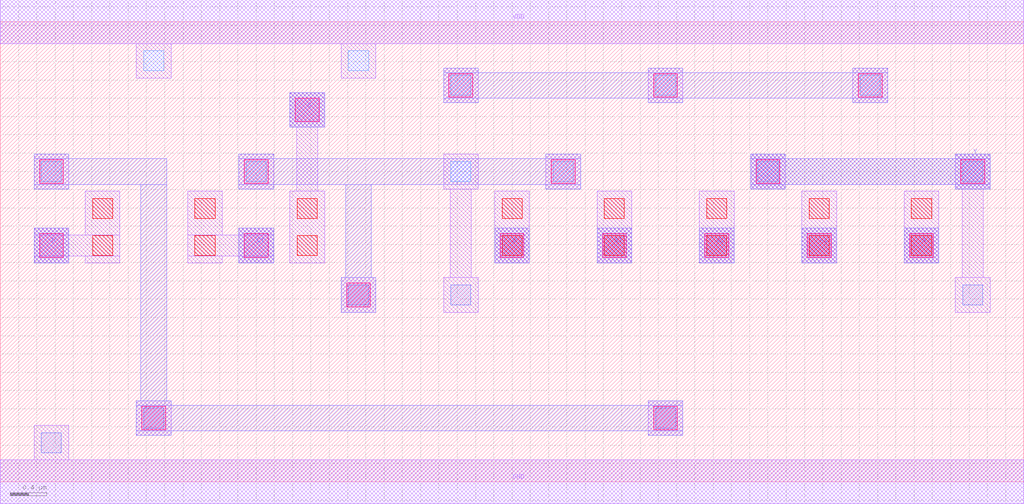
<source format=lef>
MACRO AAAOAI3221
 CLASS CORE ;
 FOREIGN AAAOAI3221 0 0 ;
 SIZE 11.200000000000001 BY 5.04 ;
 ORIGIN 0 0 ;
 SYMMETRY X Y R90 ;
 SITE unit ;
  PIN VDD
   DIRECTION INOUT ;
   USE POWER ;
   SHAPE ABUTMENT ;
    PORT
     CLASS CORE ;
       LAYER met1 ;
        RECT 0.00000000 4.80000000 11.20000000 5.28000000 ;
    END
  END VDD

  PIN GND
   DIRECTION INOUT ;
   USE POWER ;
   SHAPE ABUTMENT ;
    PORT
     CLASS CORE ;
       LAYER met1 ;
        RECT 0.00000000 -0.24000000 11.20000000 0.24000000 ;
    END
  END GND

  PIN Y
   DIRECTION INOUT ;
   USE SIGNAL ;
   SHAPE ABUTMENT ;
    PORT
     CLASS CORE ;
       LAYER met2 ;
        RECT 8.21000000 3.20700000 8.59000000 3.25700000 ;
        RECT 10.45000000 3.20700000 10.83000000 3.25700000 ;
        RECT 8.21000000 3.25700000 10.83000000 3.53700000 ;
        RECT 8.21000000 3.53700000 8.59000000 3.58700000 ;
        RECT 10.45000000 3.53700000 10.83000000 3.58700000 ;
    END
  END Y

  PIN C1
   DIRECTION INOUT ;
   USE SIGNAL ;
   SHAPE ABUTMENT ;
    PORT
     CLASS CORE ;
       LAYER met2 ;
        RECT 2.61000000 2.39700000 2.99000000 2.77700000 ;
    END
  END C1

  PIN B
   DIRECTION INOUT ;
   USE SIGNAL ;
   SHAPE ABUTMENT ;
    PORT
     CLASS CORE ;
       LAYER met2 ;
        RECT 5.41000000 2.39700000 5.79000000 2.77700000 ;
    END
  END B

  PIN A1
   DIRECTION INOUT ;
   USE SIGNAL ;
   SHAPE ABUTMENT ;
    PORT
     CLASS CORE ;
       LAYER met2 ;
        RECT 8.77000000 2.39700000 9.15000000 2.77700000 ;
    END
  END A1

  PIN A2
   DIRECTION INOUT ;
   USE SIGNAL ;
   SHAPE ABUTMENT ;
    PORT
     CLASS CORE ;
       LAYER met2 ;
        RECT 7.65000000 2.39700000 8.03000000 2.77700000 ;
    END
  END A2

  PIN D
   DIRECTION INOUT ;
   USE SIGNAL ;
   SHAPE ABUTMENT ;
    PORT
     CLASS CORE ;
       LAYER met2 ;
        RECT 0.37000000 2.39700000 0.75000000 2.77700000 ;
    END
  END D

  PIN B1
   DIRECTION INOUT ;
   USE SIGNAL ;
   SHAPE ABUTMENT ;
    PORT
     CLASS CORE ;
       LAYER met2 ;
        RECT 6.53000000 2.39700000 6.91000000 2.77700000 ;
    END
  END B1

  PIN A
   DIRECTION INOUT ;
   USE SIGNAL ;
   SHAPE ABUTMENT ;
    PORT
     CLASS CORE ;
       LAYER met2 ;
        RECT 9.89000000 2.39700000 10.27000000 2.77700000 ;
    END
  END A

  PIN C
   DIRECTION INOUT ;
   USE SIGNAL ;
   SHAPE ABUTMENT ;
    PORT
     CLASS CORE ;
       LAYER met2 ;
        RECT 3.17000000 3.88200000 3.55000000 4.26200000 ;
    END
  END C

 OBS
    LAYER polycont ;
     RECT 1.01000000 2.47700000 1.23000000 2.69700000 ;
     RECT 2.13000000 2.47700000 2.35000000 2.69700000 ;
     RECT 3.25000000 2.47700000 3.47000000 2.69700000 ;
     RECT 5.49000000 2.47700000 5.71000000 2.69700000 ;
     RECT 6.61000000 2.47700000 6.83000000 2.69700000 ;
     RECT 7.73000000 2.47700000 7.95000000 2.69700000 ;
     RECT 8.85000000 2.47700000 9.07000000 2.69700000 ;
     RECT 9.97000000 2.47700000 10.19000000 2.69700000 ;
     RECT 1.01000000 2.88200000 1.23000000 3.10200000 ;
     RECT 2.13000000 2.88200000 2.35000000 3.10200000 ;
     RECT 3.25000000 2.88200000 3.47000000 3.10200000 ;
     RECT 5.49000000 2.88200000 5.71000000 3.10200000 ;
     RECT 6.61000000 2.88200000 6.83000000 3.10200000 ;
     RECT 7.73000000 2.88200000 7.95000000 3.10200000 ;
     RECT 8.85000000 2.88200000 9.07000000 3.10200000 ;
     RECT 9.97000000 2.88200000 10.19000000 3.10200000 ;

    LAYER pdiffc ;
     RECT 0.45000000 3.28700000 0.67000000 3.50700000 ;
     RECT 2.69000000 3.28700000 2.91000000 3.50700000 ;
     RECT 4.93000000 3.28700000 5.15000000 3.50700000 ;
     RECT 6.05000000 3.28700000 6.27000000 3.50700000 ;
     RECT 8.29000000 3.28700000 8.51000000 3.50700000 ;
     RECT 10.53000000 3.28700000 10.75000000 3.50700000 ;
     RECT 4.93000000 4.23200000 5.15000000 4.45200000 ;
     RECT 7.17000000 4.23200000 7.39000000 4.45200000 ;
     RECT 9.41000000 4.23200000 9.63000000 4.45200000 ;
     RECT 1.57000000 4.50200000 1.79000000 4.72200000 ;
     RECT 3.81000000 4.50200000 4.03000000 4.72200000 ;

    LAYER ndiffc ;
     RECT 0.45000000 0.31700000 0.67000000 0.53700000 ;
     RECT 1.57000000 0.58700000 1.79000000 0.80700000 ;
     RECT 7.17000000 0.58700000 7.39000000 0.80700000 ;
     RECT 3.81000000 1.93700000 4.03000000 2.15700000 ;
     RECT 4.93000000 1.93700000 5.15000000 2.15700000 ;
     RECT 10.53000000 1.93700000 10.75000000 2.15700000 ;

    LAYER met1 ;
     RECT 0.00000000 -0.24000000 11.20000000 0.24000000 ;
     RECT 0.37000000 0.24000000 0.75000000 0.61700000 ;
     RECT 1.49000000 0.50700000 1.87000000 0.88700000 ;
     RECT 7.09000000 0.50700000 7.47000000 0.88700000 ;
     RECT 3.73000000 1.85700000 4.11000000 2.23700000 ;
     RECT 0.37000000 2.39700000 0.75000000 2.47200000 ;
     RECT 0.93000000 2.39700000 1.31000000 2.47200000 ;
     RECT 0.37000000 2.47200000 1.31000000 2.70200000 ;
     RECT 0.37000000 2.70200000 0.75000000 2.77700000 ;
     RECT 0.93000000 2.70200000 1.31000000 3.18200000 ;
     RECT 2.05000000 2.39700000 2.43000000 2.47200000 ;
     RECT 2.61000000 2.39700000 2.99000000 2.47200000 ;
     RECT 2.05000000 2.47200000 2.99000000 2.70200000 ;
     RECT 2.61000000 2.70200000 2.99000000 2.77700000 ;
     RECT 2.05000000 2.70200000 2.43000000 3.18200000 ;
     RECT 5.41000000 2.39700000 5.79000000 3.18200000 ;
     RECT 6.53000000 2.39700000 6.91000000 3.18200000 ;
     RECT 7.65000000 2.39700000 8.03000000 3.18200000 ;
     RECT 8.77000000 2.39700000 9.15000000 3.18200000 ;
     RECT 9.89000000 2.39700000 10.27000000 3.18200000 ;
     RECT 0.37000000 3.20700000 0.75000000 3.58700000 ;
     RECT 2.61000000 3.20700000 2.99000000 3.58700000 ;
     RECT 4.85000000 1.85700000 5.23000000 2.23700000 ;
     RECT 4.92500000 2.23700000 5.15500000 3.20700000 ;
     RECT 4.85000000 3.20700000 5.23000000 3.58700000 ;
     RECT 5.97000000 3.20700000 6.35000000 3.58700000 ;
     RECT 8.21000000 3.20700000 8.59000000 3.58700000 ;
     RECT 10.45000000 1.85700000 10.83000000 2.23700000 ;
     RECT 10.52500000 2.23700000 10.75500000 3.20700000 ;
     RECT 10.45000000 3.20700000 10.83000000 3.58700000 ;
     RECT 3.17000000 2.39700000 3.55000000 3.18200000 ;
     RECT 3.24500000 3.18200000 3.47500000 3.88200000 ;
     RECT 3.17000000 3.88200000 3.55000000 4.26200000 ;
     RECT 4.85000000 4.15200000 5.23000000 4.53200000 ;
     RECT 7.09000000 4.15200000 7.47000000 4.53200000 ;
     RECT 9.33000000 4.15200000 9.71000000 4.53200000 ;
     RECT 1.49000000 4.42200000 1.87000000 4.80000000 ;
     RECT 3.73000000 4.42200000 4.11000000 4.80000000 ;
     RECT 0.00000000 4.80000000 11.20000000 5.28000000 ;

    LAYER via1 ;
     RECT 1.55000000 0.56700000 1.81000000 0.82700000 ;
     RECT 7.15000000 0.56700000 7.41000000 0.82700000 ;
     RECT 3.79000000 1.91700000 4.05000000 2.17700000 ;
     RECT 0.43000000 2.45700000 0.69000000 2.71700000 ;
     RECT 2.67000000 2.45700000 2.93000000 2.71700000 ;
     RECT 5.47000000 2.45700000 5.73000000 2.71700000 ;
     RECT 6.59000000 2.45700000 6.85000000 2.71700000 ;
     RECT 7.71000000 2.45700000 7.97000000 2.71700000 ;
     RECT 8.83000000 2.45700000 9.09000000 2.71700000 ;
     RECT 9.95000000 2.45700000 10.21000000 2.71700000 ;
     RECT 0.43000000 3.26700000 0.69000000 3.52700000 ;
     RECT 2.67000000 3.26700000 2.93000000 3.52700000 ;
     RECT 6.03000000 3.26700000 6.29000000 3.52700000 ;
     RECT 8.27000000 3.26700000 8.53000000 3.52700000 ;
     RECT 10.51000000 3.26700000 10.77000000 3.52700000 ;
     RECT 3.23000000 3.94200000 3.49000000 4.20200000 ;
     RECT 4.91000000 4.21200000 5.17000000 4.47200000 ;
     RECT 7.15000000 4.21200000 7.41000000 4.47200000 ;
     RECT 9.39000000 4.21200000 9.65000000 4.47200000 ;

    LAYER met2 ;
     RECT 0.37000000 2.39700000 0.75000000 2.77700000 ;
     RECT 2.61000000 2.39700000 2.99000000 2.77700000 ;
     RECT 5.41000000 2.39700000 5.79000000 2.77700000 ;
     RECT 6.53000000 2.39700000 6.91000000 2.77700000 ;
     RECT 7.65000000 2.39700000 8.03000000 2.77700000 ;
     RECT 8.77000000 2.39700000 9.15000000 2.77700000 ;
     RECT 9.89000000 2.39700000 10.27000000 2.77700000 ;
     RECT 1.49000000 0.50700000 1.87000000 0.55700000 ;
     RECT 7.09000000 0.50700000 7.47000000 0.55700000 ;
     RECT 1.49000000 0.55700000 7.47000000 0.83700000 ;
     RECT 1.49000000 0.83700000 1.87000000 0.88700000 ;
     RECT 7.09000000 0.83700000 7.47000000 0.88700000 ;
     RECT 0.37000000 3.20700000 0.75000000 3.25700000 ;
     RECT 1.54000000 0.88700000 1.82000000 3.25700000 ;
     RECT 0.37000000 3.25700000 1.82000000 3.53700000 ;
     RECT 0.37000000 3.53700000 0.75000000 3.58700000 ;
     RECT 3.73000000 1.85700000 4.11000000 2.23700000 ;
     RECT 2.61000000 3.20700000 2.99000000 3.25700000 ;
     RECT 3.78000000 2.23700000 4.06000000 3.25700000 ;
     RECT 5.97000000 3.20700000 6.35000000 3.25700000 ;
     RECT 2.61000000 3.25700000 6.35000000 3.53700000 ;
     RECT 2.61000000 3.53700000 2.99000000 3.58700000 ;
     RECT 5.97000000 3.53700000 6.35000000 3.58700000 ;
     RECT 8.21000000 3.20700000 8.59000000 3.25700000 ;
     RECT 10.45000000 3.20700000 10.83000000 3.25700000 ;
     RECT 8.21000000 3.25700000 10.83000000 3.53700000 ;
     RECT 8.21000000 3.53700000 8.59000000 3.58700000 ;
     RECT 10.45000000 3.53700000 10.83000000 3.58700000 ;
     RECT 3.17000000 3.88200000 3.55000000 4.26200000 ;
     RECT 4.85000000 4.15200000 5.23000000 4.20200000 ;
     RECT 7.09000000 4.15200000 7.47000000 4.20200000 ;
     RECT 9.33000000 4.15200000 9.71000000 4.20200000 ;
     RECT 4.85000000 4.20200000 9.71000000 4.48200000 ;
     RECT 4.85000000 4.48200000 5.23000000 4.53200000 ;
     RECT 7.09000000 4.48200000 7.47000000 4.53200000 ;
     RECT 9.33000000 4.48200000 9.71000000 4.53200000 ;

 END
END AAAOAI3221

</source>
